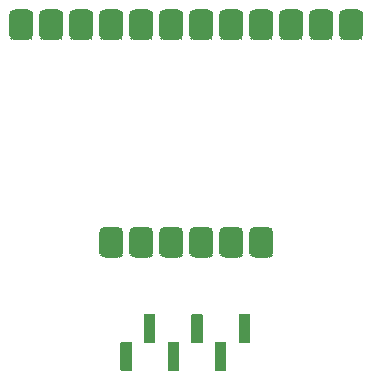
<source format=gbr>
G04 #@! TF.GenerationSoftware,KiCad,Pcbnew,(5.1.7)-1*
G04 #@! TF.CreationDate,2020-11-09T16:31:24+01:00*
G04 #@! TF.ProjectId,Touch-Flaeche,546f7563-682d-4466-9c61-656368652e6b,0.1*
G04 #@! TF.SameCoordinates,Original*
G04 #@! TF.FileFunction,Soldermask,Top*
G04 #@! TF.FilePolarity,Negative*
%FSLAX46Y46*%
G04 Gerber Fmt 4.6, Leading zero omitted, Abs format (unit mm)*
G04 Created by KiCad (PCBNEW (5.1.7)-1) date 2020-11-09 16:31:24*
%MOMM*%
%LPD*%
G01*
G04 APERTURE LIST*
%ADD10C,0.100000*%
G04 APERTURE END LIST*
G36*
G01*
X107126500Y-119211750D02*
X107126500Y-117573250D01*
G75*
G02*
X107628250Y-117071500I501750J0D01*
G01*
X108631750Y-117071500D01*
G75*
G02*
X109133500Y-117573250I0J-501750D01*
G01*
X109133500Y-119211750D01*
G75*
G02*
X108631750Y-119713500I-501750J0D01*
G01*
X107628250Y-119713500D01*
G75*
G02*
X107126500Y-119211750I0J501750D01*
G01*
G37*
G36*
G01*
X109666500Y-119211750D02*
X109666500Y-117573250D01*
G75*
G02*
X110168250Y-117071500I501750J0D01*
G01*
X111171750Y-117071500D01*
G75*
G02*
X111673500Y-117573250I0J-501750D01*
G01*
X111673500Y-119211750D01*
G75*
G02*
X111171750Y-119713500I-501750J0D01*
G01*
X110168250Y-119713500D01*
G75*
G02*
X109666500Y-119211750I0J501750D01*
G01*
G37*
G36*
G01*
X112206500Y-119211750D02*
X112206500Y-117573250D01*
G75*
G02*
X112708250Y-117071500I501750J0D01*
G01*
X113711750Y-117071500D01*
G75*
G02*
X114213500Y-117573250I0J-501750D01*
G01*
X114213500Y-119211750D01*
G75*
G02*
X113711750Y-119713500I-501750J0D01*
G01*
X112708250Y-119713500D01*
G75*
G02*
X112206500Y-119211750I0J501750D01*
G01*
G37*
G36*
G01*
X135066500Y-119211750D02*
X135066500Y-117573250D01*
G75*
G02*
X135568250Y-117071500I501750J0D01*
G01*
X136571750Y-117071500D01*
G75*
G02*
X137073500Y-117573250I0J-501750D01*
G01*
X137073500Y-119211750D01*
G75*
G02*
X136571750Y-119713500I-501750J0D01*
G01*
X135568250Y-119713500D01*
G75*
G02*
X135066500Y-119211750I0J501750D01*
G01*
G37*
G36*
G01*
X132526500Y-119211750D02*
X132526500Y-117573250D01*
G75*
G02*
X133028250Y-117071500I501750J0D01*
G01*
X134031750Y-117071500D01*
G75*
G02*
X134533500Y-117573250I0J-501750D01*
G01*
X134533500Y-119211750D01*
G75*
G02*
X134031750Y-119713500I-501750J0D01*
G01*
X133028250Y-119713500D01*
G75*
G02*
X132526500Y-119211750I0J501750D01*
G01*
G37*
G36*
G01*
X129986500Y-119211750D02*
X129986500Y-117573250D01*
G75*
G02*
X130488250Y-117071500I501750J0D01*
G01*
X131491750Y-117071500D01*
G75*
G02*
X131993500Y-117573250I0J-501750D01*
G01*
X131993500Y-119211750D01*
G75*
G02*
X131491750Y-119713500I-501750J0D01*
G01*
X130488250Y-119713500D01*
G75*
G02*
X129986500Y-119211750I0J501750D01*
G01*
G37*
G36*
G01*
X127446500Y-119211750D02*
X127446500Y-117573250D01*
G75*
G02*
X127948250Y-117071500I501750J0D01*
G01*
X128951750Y-117071500D01*
G75*
G02*
X129453500Y-117573250I0J-501750D01*
G01*
X129453500Y-119211750D01*
G75*
G02*
X128951750Y-119713500I-501750J0D01*
G01*
X127948250Y-119713500D01*
G75*
G02*
X127446500Y-119211750I0J501750D01*
G01*
G37*
G36*
G01*
X124906500Y-119211750D02*
X124906500Y-117573250D01*
G75*
G02*
X125408250Y-117071500I501750J0D01*
G01*
X126411750Y-117071500D01*
G75*
G02*
X126913500Y-117573250I0J-501750D01*
G01*
X126913500Y-119211750D01*
G75*
G02*
X126411750Y-119713500I-501750J0D01*
G01*
X125408250Y-119713500D01*
G75*
G02*
X124906500Y-119211750I0J501750D01*
G01*
G37*
G36*
G01*
X122366500Y-119211750D02*
X122366500Y-117573250D01*
G75*
G02*
X122868250Y-117071500I501750J0D01*
G01*
X123871750Y-117071500D01*
G75*
G02*
X124373500Y-117573250I0J-501750D01*
G01*
X124373500Y-119211750D01*
G75*
G02*
X123871750Y-119713500I-501750J0D01*
G01*
X122868250Y-119713500D01*
G75*
G02*
X122366500Y-119211750I0J501750D01*
G01*
G37*
G36*
G01*
X119826500Y-119211750D02*
X119826500Y-117573250D01*
G75*
G02*
X120328250Y-117071500I501750J0D01*
G01*
X121331750Y-117071500D01*
G75*
G02*
X121833500Y-117573250I0J-501750D01*
G01*
X121833500Y-119211750D01*
G75*
G02*
X121331750Y-119713500I-501750J0D01*
G01*
X120328250Y-119713500D01*
G75*
G02*
X119826500Y-119211750I0J501750D01*
G01*
G37*
G36*
G01*
X117286500Y-119211750D02*
X117286500Y-117573250D01*
G75*
G02*
X117788250Y-117071500I501750J0D01*
G01*
X118791750Y-117071500D01*
G75*
G02*
X119293500Y-117573250I0J-501750D01*
G01*
X119293500Y-119211750D01*
G75*
G02*
X118791750Y-119713500I-501750J0D01*
G01*
X117788250Y-119713500D01*
G75*
G02*
X117286500Y-119211750I0J501750D01*
G01*
G37*
G36*
G01*
X114746500Y-119211750D02*
X114746500Y-117573250D01*
G75*
G02*
X115248250Y-117071500I501750J0D01*
G01*
X116251750Y-117071500D01*
G75*
G02*
X116753500Y-117573250I0J-501750D01*
G01*
X116753500Y-119211750D01*
G75*
G02*
X116251750Y-119713500I-501750J0D01*
G01*
X115248250Y-119713500D01*
G75*
G02*
X114746500Y-119211750I0J501750D01*
G01*
G37*
G36*
G01*
X127446500Y-137626750D02*
X127446500Y-135988250D01*
G75*
G02*
X127948250Y-135486500I501750J0D01*
G01*
X128951750Y-135486500D01*
G75*
G02*
X129453500Y-135988250I0J-501750D01*
G01*
X129453500Y-137626750D01*
G75*
G02*
X128951750Y-138128500I-501750J0D01*
G01*
X127948250Y-138128500D01*
G75*
G02*
X127446500Y-137626750I0J501750D01*
G01*
G37*
G36*
G01*
X124906500Y-137626750D02*
X124906500Y-135988250D01*
G75*
G02*
X125408250Y-135486500I501750J0D01*
G01*
X126411750Y-135486500D01*
G75*
G02*
X126913500Y-135988250I0J-501750D01*
G01*
X126913500Y-137626750D01*
G75*
G02*
X126411750Y-138128500I-501750J0D01*
G01*
X125408250Y-138128500D01*
G75*
G02*
X124906500Y-137626750I0J501750D01*
G01*
G37*
G36*
G01*
X122366500Y-137626750D02*
X122366500Y-135988250D01*
G75*
G02*
X122868250Y-135486500I501750J0D01*
G01*
X123871750Y-135486500D01*
G75*
G02*
X124373500Y-135988250I0J-501750D01*
G01*
X124373500Y-137626750D01*
G75*
G02*
X123871750Y-138128500I-501750J0D01*
G01*
X122868250Y-138128500D01*
G75*
G02*
X122366500Y-137626750I0J501750D01*
G01*
G37*
G36*
G01*
X119826500Y-137626750D02*
X119826500Y-135988250D01*
G75*
G02*
X120328250Y-135486500I501750J0D01*
G01*
X121331750Y-135486500D01*
G75*
G02*
X121833500Y-135988250I0J-501750D01*
G01*
X121833500Y-137626750D01*
G75*
G02*
X121331750Y-138128500I-501750J0D01*
G01*
X120328250Y-138128500D01*
G75*
G02*
X119826500Y-137626750I0J501750D01*
G01*
G37*
G36*
G01*
X117286500Y-137626750D02*
X117286500Y-135988250D01*
G75*
G02*
X117788250Y-135486500I501750J0D01*
G01*
X118791750Y-135486500D01*
G75*
G02*
X119293500Y-135988250I0J-501750D01*
G01*
X119293500Y-137626750D01*
G75*
G02*
X118791750Y-138128500I-501750J0D01*
G01*
X117788250Y-138128500D01*
G75*
G02*
X117286500Y-137626750I0J501750D01*
G01*
G37*
G36*
G01*
X114746500Y-137626750D02*
X114746500Y-135988250D01*
G75*
G02*
X115248250Y-135486500I501750J0D01*
G01*
X116251750Y-135486500D01*
G75*
G02*
X116753500Y-135988250I0J-501750D01*
G01*
X116753500Y-137626750D01*
G75*
G02*
X116251750Y-138128500I-501750J0D01*
G01*
X115248250Y-138128500D01*
G75*
G02*
X114746500Y-137626750I0J501750D01*
G01*
G37*
G36*
G01*
X117425000Y-147701000D02*
X116575000Y-147701000D01*
G75*
G02*
X116524000Y-147650000I0J51000D01*
G01*
X116524000Y-145300000D01*
G75*
G02*
X116575000Y-145249000I51000J0D01*
G01*
X117425000Y-145249000D01*
G75*
G02*
X117476000Y-145300000I0J-51000D01*
G01*
X117476000Y-147650000D01*
G75*
G02*
X117425000Y-147701000I-51000J0D01*
G01*
G37*
G36*
G01*
X121425000Y-147701000D02*
X120575000Y-147701000D01*
G75*
G02*
X120524000Y-147650000I0J51000D01*
G01*
X120524000Y-145300000D01*
G75*
G02*
X120575000Y-145249000I51000J0D01*
G01*
X121425000Y-145249000D01*
G75*
G02*
X121476000Y-145300000I0J-51000D01*
G01*
X121476000Y-147650000D01*
G75*
G02*
X121425000Y-147701000I-51000J0D01*
G01*
G37*
G36*
G01*
X125425000Y-147701000D02*
X124575000Y-147701000D01*
G75*
G02*
X124524000Y-147650000I0J51000D01*
G01*
X124524000Y-145300000D01*
G75*
G02*
X124575000Y-145249000I51000J0D01*
G01*
X125425000Y-145249000D01*
G75*
G02*
X125476000Y-145300000I0J-51000D01*
G01*
X125476000Y-147650000D01*
G75*
G02*
X125425000Y-147701000I-51000J0D01*
G01*
G37*
G36*
G01*
X119425000Y-145351000D02*
X118575000Y-145351000D01*
G75*
G02*
X118524000Y-145300000I0J51000D01*
G01*
X118524000Y-142950000D01*
G75*
G02*
X118575000Y-142899000I51000J0D01*
G01*
X119425000Y-142899000D01*
G75*
G02*
X119476000Y-142950000I0J-51000D01*
G01*
X119476000Y-145300000D01*
G75*
G02*
X119425000Y-145351000I-51000J0D01*
G01*
G37*
G36*
G01*
X123425000Y-145351000D02*
X122575000Y-145351000D01*
G75*
G02*
X122524000Y-145300000I0J51000D01*
G01*
X122524000Y-142950000D01*
G75*
G02*
X122575000Y-142899000I51000J0D01*
G01*
X123425000Y-142899000D01*
G75*
G02*
X123476000Y-142950000I0J-51000D01*
G01*
X123476000Y-145300000D01*
G75*
G02*
X123425000Y-145351000I-51000J0D01*
G01*
G37*
G36*
G01*
X127425000Y-145351000D02*
X126575000Y-145351000D01*
G75*
G02*
X126524000Y-145300000I0J51000D01*
G01*
X126524000Y-142950000D01*
G75*
G02*
X126575000Y-142899000I51000J0D01*
G01*
X127425000Y-142899000D01*
G75*
G02*
X127476000Y-142950000I0J-51000D01*
G01*
X127476000Y-145300000D01*
G75*
G02*
X127425000Y-145351000I-51000J0D01*
G01*
G37*
D10*
G36*
X129454665Y-137625124D02*
G01*
X129455500Y-137626750D01*
X129455500Y-137683110D01*
X129455490Y-137683306D01*
X129446457Y-137775020D01*
X129446381Y-137775405D01*
X129421418Y-137857696D01*
X129421268Y-137858058D01*
X129380735Y-137933890D01*
X129380517Y-137934216D01*
X129325965Y-138000688D01*
X129325688Y-138000965D01*
X129259216Y-138055517D01*
X129258890Y-138055735D01*
X129183058Y-138096268D01*
X129182696Y-138096418D01*
X129100405Y-138121381D01*
X129100020Y-138121457D01*
X129008306Y-138130490D01*
X129008110Y-138130500D01*
X128951750Y-138130500D01*
X128950018Y-138129500D01*
X128950018Y-138127500D01*
X128951554Y-138126510D01*
X129049242Y-138116889D01*
X129142992Y-138088450D01*
X129229391Y-138042269D01*
X129305120Y-137980120D01*
X129367269Y-137904391D01*
X129413450Y-137817992D01*
X129441889Y-137724242D01*
X129451510Y-137626554D01*
X129452675Y-137624928D01*
X129454665Y-137625124D01*
G37*
G36*
X126914665Y-137625124D02*
G01*
X126915500Y-137626750D01*
X126915500Y-137683110D01*
X126915490Y-137683306D01*
X126906457Y-137775020D01*
X126906381Y-137775405D01*
X126881418Y-137857696D01*
X126881268Y-137858058D01*
X126840735Y-137933890D01*
X126840517Y-137934216D01*
X126785965Y-138000688D01*
X126785688Y-138000965D01*
X126719216Y-138055517D01*
X126718890Y-138055735D01*
X126643058Y-138096268D01*
X126642696Y-138096418D01*
X126560405Y-138121381D01*
X126560020Y-138121457D01*
X126468306Y-138130490D01*
X126468110Y-138130500D01*
X126411750Y-138130500D01*
X126410018Y-138129500D01*
X126410018Y-138127500D01*
X126411554Y-138126510D01*
X126509242Y-138116889D01*
X126602992Y-138088450D01*
X126689391Y-138042269D01*
X126765120Y-137980120D01*
X126827269Y-137904391D01*
X126873450Y-137817992D01*
X126901889Y-137724242D01*
X126911510Y-137626554D01*
X126912675Y-137624928D01*
X126914665Y-137625124D01*
G37*
G36*
X127448490Y-137626554D02*
G01*
X127458111Y-137724242D01*
X127486550Y-137817992D01*
X127532731Y-137904391D01*
X127594880Y-137980120D01*
X127670609Y-138042269D01*
X127757008Y-138088450D01*
X127850758Y-138116889D01*
X127948446Y-138126510D01*
X127950072Y-138127675D01*
X127949876Y-138129665D01*
X127948250Y-138130500D01*
X127891890Y-138130500D01*
X127891694Y-138130490D01*
X127799980Y-138121457D01*
X127799595Y-138121381D01*
X127717304Y-138096418D01*
X127716942Y-138096268D01*
X127641110Y-138055735D01*
X127640784Y-138055517D01*
X127574312Y-138000965D01*
X127574035Y-138000688D01*
X127519483Y-137934216D01*
X127519265Y-137933890D01*
X127478732Y-137858058D01*
X127478582Y-137857696D01*
X127453619Y-137775405D01*
X127453543Y-137775020D01*
X127444510Y-137683306D01*
X127444500Y-137683110D01*
X127444500Y-137626750D01*
X127445500Y-137625018D01*
X127447500Y-137625018D01*
X127448490Y-137626554D01*
G37*
G36*
X119294665Y-137625124D02*
G01*
X119295500Y-137626750D01*
X119295500Y-137683110D01*
X119295490Y-137683306D01*
X119286457Y-137775020D01*
X119286381Y-137775405D01*
X119261418Y-137857696D01*
X119261268Y-137858058D01*
X119220735Y-137933890D01*
X119220517Y-137934216D01*
X119165965Y-138000688D01*
X119165688Y-138000965D01*
X119099216Y-138055517D01*
X119098890Y-138055735D01*
X119023058Y-138096268D01*
X119022696Y-138096418D01*
X118940405Y-138121381D01*
X118940020Y-138121457D01*
X118848306Y-138130490D01*
X118848110Y-138130500D01*
X118791750Y-138130500D01*
X118790018Y-138129500D01*
X118790018Y-138127500D01*
X118791554Y-138126510D01*
X118889242Y-138116889D01*
X118982992Y-138088450D01*
X119069391Y-138042269D01*
X119145120Y-137980120D01*
X119207269Y-137904391D01*
X119253450Y-137817992D01*
X119281889Y-137724242D01*
X119291510Y-137626554D01*
X119292675Y-137624928D01*
X119294665Y-137625124D01*
G37*
G36*
X119828490Y-137626554D02*
G01*
X119838111Y-137724242D01*
X119866550Y-137817992D01*
X119912731Y-137904391D01*
X119974880Y-137980120D01*
X120050609Y-138042269D01*
X120137008Y-138088450D01*
X120230758Y-138116889D01*
X120328446Y-138126510D01*
X120330072Y-138127675D01*
X120329876Y-138129665D01*
X120328250Y-138130500D01*
X120271890Y-138130500D01*
X120271694Y-138130490D01*
X120179980Y-138121457D01*
X120179595Y-138121381D01*
X120097304Y-138096418D01*
X120096942Y-138096268D01*
X120021110Y-138055735D01*
X120020784Y-138055517D01*
X119954312Y-138000965D01*
X119954035Y-138000688D01*
X119899483Y-137934216D01*
X119899265Y-137933890D01*
X119858732Y-137858058D01*
X119858582Y-137857696D01*
X119833619Y-137775405D01*
X119833543Y-137775020D01*
X119824510Y-137683306D01*
X119824500Y-137683110D01*
X119824500Y-137626750D01*
X119825500Y-137625018D01*
X119827500Y-137625018D01*
X119828490Y-137626554D01*
G37*
G36*
X122368490Y-137626554D02*
G01*
X122378111Y-137724242D01*
X122406550Y-137817992D01*
X122452731Y-137904391D01*
X122514880Y-137980120D01*
X122590609Y-138042269D01*
X122677008Y-138088450D01*
X122770758Y-138116889D01*
X122868446Y-138126510D01*
X122870072Y-138127675D01*
X122869876Y-138129665D01*
X122868250Y-138130500D01*
X122811890Y-138130500D01*
X122811694Y-138130490D01*
X122719980Y-138121457D01*
X122719595Y-138121381D01*
X122637304Y-138096418D01*
X122636942Y-138096268D01*
X122561110Y-138055735D01*
X122560784Y-138055517D01*
X122494312Y-138000965D01*
X122494035Y-138000688D01*
X122439483Y-137934216D01*
X122439265Y-137933890D01*
X122398732Y-137858058D01*
X122398582Y-137857696D01*
X122373619Y-137775405D01*
X122373543Y-137775020D01*
X122364510Y-137683306D01*
X122364500Y-137683110D01*
X122364500Y-137626750D01*
X122365500Y-137625018D01*
X122367500Y-137625018D01*
X122368490Y-137626554D01*
G37*
G36*
X114748490Y-137626554D02*
G01*
X114758111Y-137724242D01*
X114786550Y-137817992D01*
X114832731Y-137904391D01*
X114894880Y-137980120D01*
X114970609Y-138042269D01*
X115057008Y-138088450D01*
X115150758Y-138116889D01*
X115248446Y-138126510D01*
X115250072Y-138127675D01*
X115249876Y-138129665D01*
X115248250Y-138130500D01*
X115191890Y-138130500D01*
X115191694Y-138130490D01*
X115099980Y-138121457D01*
X115099595Y-138121381D01*
X115017304Y-138096418D01*
X115016942Y-138096268D01*
X114941110Y-138055735D01*
X114940784Y-138055517D01*
X114874312Y-138000965D01*
X114874035Y-138000688D01*
X114819483Y-137934216D01*
X114819265Y-137933890D01*
X114778732Y-137858058D01*
X114778582Y-137857696D01*
X114753619Y-137775405D01*
X114753543Y-137775020D01*
X114744510Y-137683306D01*
X114744500Y-137683110D01*
X114744500Y-137626750D01*
X114745500Y-137625018D01*
X114747500Y-137625018D01*
X114748490Y-137626554D01*
G37*
G36*
X117288490Y-137626554D02*
G01*
X117298111Y-137724242D01*
X117326550Y-137817992D01*
X117372731Y-137904391D01*
X117434880Y-137980120D01*
X117510609Y-138042269D01*
X117597008Y-138088450D01*
X117690758Y-138116889D01*
X117788446Y-138126510D01*
X117790072Y-138127675D01*
X117789876Y-138129665D01*
X117788250Y-138130500D01*
X117731890Y-138130500D01*
X117731694Y-138130490D01*
X117639980Y-138121457D01*
X117639595Y-138121381D01*
X117557304Y-138096418D01*
X117556942Y-138096268D01*
X117481110Y-138055735D01*
X117480784Y-138055517D01*
X117414312Y-138000965D01*
X117414035Y-138000688D01*
X117359483Y-137934216D01*
X117359265Y-137933890D01*
X117318732Y-137858058D01*
X117318582Y-137857696D01*
X117293619Y-137775405D01*
X117293543Y-137775020D01*
X117284510Y-137683306D01*
X117284500Y-137683110D01*
X117284500Y-137626750D01*
X117285500Y-137625018D01*
X117287500Y-137625018D01*
X117288490Y-137626554D01*
G37*
G36*
X124374665Y-137625124D02*
G01*
X124375500Y-137626750D01*
X124375500Y-137683110D01*
X124375490Y-137683306D01*
X124366457Y-137775020D01*
X124366381Y-137775405D01*
X124341418Y-137857696D01*
X124341268Y-137858058D01*
X124300735Y-137933890D01*
X124300517Y-137934216D01*
X124245965Y-138000688D01*
X124245688Y-138000965D01*
X124179216Y-138055517D01*
X124178890Y-138055735D01*
X124103058Y-138096268D01*
X124102696Y-138096418D01*
X124020405Y-138121381D01*
X124020020Y-138121457D01*
X123928306Y-138130490D01*
X123928110Y-138130500D01*
X123871750Y-138130500D01*
X123870018Y-138129500D01*
X123870018Y-138127500D01*
X123871554Y-138126510D01*
X123969242Y-138116889D01*
X124062992Y-138088450D01*
X124149391Y-138042269D01*
X124225120Y-137980120D01*
X124287269Y-137904391D01*
X124333450Y-137817992D01*
X124361889Y-137724242D01*
X124371510Y-137626554D01*
X124372675Y-137624928D01*
X124374665Y-137625124D01*
G37*
G36*
X116754665Y-137625124D02*
G01*
X116755500Y-137626750D01*
X116755500Y-137683110D01*
X116755490Y-137683306D01*
X116746457Y-137775020D01*
X116746381Y-137775405D01*
X116721418Y-137857696D01*
X116721268Y-137858058D01*
X116680735Y-137933890D01*
X116680517Y-137934216D01*
X116625965Y-138000688D01*
X116625688Y-138000965D01*
X116559216Y-138055517D01*
X116558890Y-138055735D01*
X116483058Y-138096268D01*
X116482696Y-138096418D01*
X116400405Y-138121381D01*
X116400020Y-138121457D01*
X116308306Y-138130490D01*
X116308110Y-138130500D01*
X116251750Y-138130500D01*
X116250018Y-138129500D01*
X116250018Y-138127500D01*
X116251554Y-138126510D01*
X116349242Y-138116889D01*
X116442992Y-138088450D01*
X116529391Y-138042269D01*
X116605120Y-137980120D01*
X116667269Y-137904391D01*
X116713450Y-137817992D01*
X116741889Y-137724242D01*
X116751510Y-137626554D01*
X116752675Y-137624928D01*
X116754665Y-137625124D01*
G37*
G36*
X124908490Y-137626554D02*
G01*
X124918111Y-137724242D01*
X124946550Y-137817992D01*
X124992731Y-137904391D01*
X125054880Y-137980120D01*
X125130609Y-138042269D01*
X125217008Y-138088450D01*
X125310758Y-138116889D01*
X125408446Y-138126510D01*
X125410072Y-138127675D01*
X125409876Y-138129665D01*
X125408250Y-138130500D01*
X125351890Y-138130500D01*
X125351694Y-138130490D01*
X125259980Y-138121457D01*
X125259595Y-138121381D01*
X125177304Y-138096418D01*
X125176942Y-138096268D01*
X125101110Y-138055735D01*
X125100784Y-138055517D01*
X125034312Y-138000965D01*
X125034035Y-138000688D01*
X124979483Y-137934216D01*
X124979265Y-137933890D01*
X124938732Y-137858058D01*
X124938582Y-137857696D01*
X124913619Y-137775405D01*
X124913543Y-137775020D01*
X124904510Y-137683306D01*
X124904500Y-137683110D01*
X124904500Y-137626750D01*
X124905500Y-137625018D01*
X124907500Y-137625018D01*
X124908490Y-137626554D01*
G37*
G36*
X121834665Y-137625124D02*
G01*
X121835500Y-137626750D01*
X121835500Y-137683110D01*
X121835490Y-137683306D01*
X121826457Y-137775020D01*
X121826381Y-137775405D01*
X121801418Y-137857696D01*
X121801268Y-137858058D01*
X121760735Y-137933890D01*
X121760517Y-137934216D01*
X121705965Y-138000688D01*
X121705688Y-138000965D01*
X121639216Y-138055517D01*
X121638890Y-138055735D01*
X121563058Y-138096268D01*
X121562696Y-138096418D01*
X121480405Y-138121381D01*
X121480020Y-138121457D01*
X121388306Y-138130490D01*
X121388110Y-138130500D01*
X121331750Y-138130500D01*
X121330018Y-138129500D01*
X121330018Y-138127500D01*
X121331554Y-138126510D01*
X121429242Y-138116889D01*
X121522992Y-138088450D01*
X121609391Y-138042269D01*
X121685120Y-137980120D01*
X121747269Y-137904391D01*
X121793450Y-137817992D01*
X121821889Y-137724242D01*
X121831510Y-137626554D01*
X121832675Y-137624928D01*
X121834665Y-137625124D01*
G37*
G36*
X125409982Y-135485500D02*
G01*
X125409982Y-135487500D01*
X125408446Y-135488490D01*
X125310758Y-135498111D01*
X125217008Y-135526550D01*
X125130609Y-135572731D01*
X125054880Y-135634880D01*
X124992731Y-135710609D01*
X124946550Y-135797008D01*
X124918111Y-135890758D01*
X124908490Y-135988446D01*
X124907325Y-135990072D01*
X124905335Y-135989876D01*
X124904500Y-135988250D01*
X124904500Y-135931890D01*
X124904510Y-135931694D01*
X124913543Y-135839980D01*
X124913619Y-135839595D01*
X124938582Y-135757304D01*
X124938732Y-135756942D01*
X124979265Y-135681110D01*
X124979483Y-135680784D01*
X125034035Y-135614312D01*
X125034312Y-135614035D01*
X125100784Y-135559483D01*
X125101110Y-135559265D01*
X125176942Y-135518732D01*
X125177304Y-135518582D01*
X125259595Y-135493619D01*
X125259980Y-135493543D01*
X125351694Y-135484510D01*
X125351890Y-135484500D01*
X125408250Y-135484500D01*
X125409982Y-135485500D01*
G37*
G36*
X127949982Y-135485500D02*
G01*
X127949982Y-135487500D01*
X127948446Y-135488490D01*
X127850758Y-135498111D01*
X127757008Y-135526550D01*
X127670609Y-135572731D01*
X127594880Y-135634880D01*
X127532731Y-135710609D01*
X127486550Y-135797008D01*
X127458111Y-135890758D01*
X127448490Y-135988446D01*
X127447325Y-135990072D01*
X127445335Y-135989876D01*
X127444500Y-135988250D01*
X127444500Y-135931890D01*
X127444510Y-135931694D01*
X127453543Y-135839980D01*
X127453619Y-135839595D01*
X127478582Y-135757304D01*
X127478732Y-135756942D01*
X127519265Y-135681110D01*
X127519483Y-135680784D01*
X127574035Y-135614312D01*
X127574312Y-135614035D01*
X127640784Y-135559483D01*
X127641110Y-135559265D01*
X127716942Y-135518732D01*
X127717304Y-135518582D01*
X127799595Y-135493619D01*
X127799980Y-135493543D01*
X127891694Y-135484510D01*
X127891890Y-135484500D01*
X127948250Y-135484500D01*
X127949982Y-135485500D01*
G37*
G36*
X122869982Y-135485500D02*
G01*
X122869982Y-135487500D01*
X122868446Y-135488490D01*
X122770758Y-135498111D01*
X122677008Y-135526550D01*
X122590609Y-135572731D01*
X122514880Y-135634880D01*
X122452731Y-135710609D01*
X122406550Y-135797008D01*
X122378111Y-135890758D01*
X122368490Y-135988446D01*
X122367325Y-135990072D01*
X122365335Y-135989876D01*
X122364500Y-135988250D01*
X122364500Y-135931890D01*
X122364510Y-135931694D01*
X122373543Y-135839980D01*
X122373619Y-135839595D01*
X122398582Y-135757304D01*
X122398732Y-135756942D01*
X122439265Y-135681110D01*
X122439483Y-135680784D01*
X122494035Y-135614312D01*
X122494312Y-135614035D01*
X122560784Y-135559483D01*
X122561110Y-135559265D01*
X122636942Y-135518732D01*
X122637304Y-135518582D01*
X122719595Y-135493619D01*
X122719980Y-135493543D01*
X122811694Y-135484510D01*
X122811890Y-135484500D01*
X122868250Y-135484500D01*
X122869982Y-135485500D01*
G37*
G36*
X115249982Y-135485500D02*
G01*
X115249982Y-135487500D01*
X115248446Y-135488490D01*
X115150758Y-135498111D01*
X115057008Y-135526550D01*
X114970609Y-135572731D01*
X114894880Y-135634880D01*
X114832731Y-135710609D01*
X114786550Y-135797008D01*
X114758111Y-135890758D01*
X114748490Y-135988446D01*
X114747325Y-135990072D01*
X114745335Y-135989876D01*
X114744500Y-135988250D01*
X114744500Y-135931890D01*
X114744510Y-135931694D01*
X114753543Y-135839980D01*
X114753619Y-135839595D01*
X114778582Y-135757304D01*
X114778732Y-135756942D01*
X114819265Y-135681110D01*
X114819483Y-135680784D01*
X114874035Y-135614312D01*
X114874312Y-135614035D01*
X114940784Y-135559483D01*
X114941110Y-135559265D01*
X115016942Y-135518732D01*
X115017304Y-135518582D01*
X115099595Y-135493619D01*
X115099980Y-135493543D01*
X115191694Y-135484510D01*
X115191890Y-135484500D01*
X115248250Y-135484500D01*
X115249982Y-135485500D01*
G37*
G36*
X117789982Y-135485500D02*
G01*
X117789982Y-135487500D01*
X117788446Y-135488490D01*
X117690758Y-135498111D01*
X117597008Y-135526550D01*
X117510609Y-135572731D01*
X117434880Y-135634880D01*
X117372731Y-135710609D01*
X117326550Y-135797008D01*
X117298111Y-135890758D01*
X117288490Y-135988446D01*
X117287325Y-135990072D01*
X117285335Y-135989876D01*
X117284500Y-135988250D01*
X117284500Y-135931890D01*
X117284510Y-135931694D01*
X117293543Y-135839980D01*
X117293619Y-135839595D01*
X117318582Y-135757304D01*
X117318732Y-135756942D01*
X117359265Y-135681110D01*
X117359483Y-135680784D01*
X117414035Y-135614312D01*
X117414312Y-135614035D01*
X117480784Y-135559483D01*
X117481110Y-135559265D01*
X117556942Y-135518732D01*
X117557304Y-135518582D01*
X117639595Y-135493619D01*
X117639980Y-135493543D01*
X117731694Y-135484510D01*
X117731890Y-135484500D01*
X117788250Y-135484500D01*
X117789982Y-135485500D01*
G37*
G36*
X120329982Y-135485500D02*
G01*
X120329982Y-135487500D01*
X120328446Y-135488490D01*
X120230758Y-135498111D01*
X120137008Y-135526550D01*
X120050609Y-135572731D01*
X119974880Y-135634880D01*
X119912731Y-135710609D01*
X119866550Y-135797008D01*
X119838111Y-135890758D01*
X119828490Y-135988446D01*
X119827325Y-135990072D01*
X119825335Y-135989876D01*
X119824500Y-135988250D01*
X119824500Y-135931890D01*
X119824510Y-135931694D01*
X119833543Y-135839980D01*
X119833619Y-135839595D01*
X119858582Y-135757304D01*
X119858732Y-135756942D01*
X119899265Y-135681110D01*
X119899483Y-135680784D01*
X119954035Y-135614312D01*
X119954312Y-135614035D01*
X120020784Y-135559483D01*
X120021110Y-135559265D01*
X120096942Y-135518732D01*
X120097304Y-135518582D01*
X120179595Y-135493619D01*
X120179980Y-135493543D01*
X120271694Y-135484510D01*
X120271890Y-135484500D01*
X120328250Y-135484500D01*
X120329982Y-135485500D01*
G37*
G36*
X126468306Y-135484510D02*
G01*
X126560020Y-135493543D01*
X126560405Y-135493619D01*
X126642696Y-135518582D01*
X126643058Y-135518732D01*
X126718890Y-135559265D01*
X126719216Y-135559483D01*
X126785688Y-135614035D01*
X126785965Y-135614312D01*
X126840517Y-135680784D01*
X126840735Y-135681110D01*
X126881268Y-135756942D01*
X126881418Y-135757304D01*
X126906381Y-135839595D01*
X126906457Y-135839980D01*
X126915490Y-135931694D01*
X126915500Y-135931890D01*
X126915500Y-135988250D01*
X126914500Y-135989982D01*
X126912500Y-135989982D01*
X126911510Y-135988446D01*
X126901889Y-135890758D01*
X126873450Y-135797008D01*
X126827269Y-135710609D01*
X126765120Y-135634880D01*
X126689391Y-135572731D01*
X126602992Y-135526550D01*
X126509242Y-135498111D01*
X126411554Y-135488490D01*
X126409928Y-135487325D01*
X126410124Y-135485335D01*
X126411750Y-135484500D01*
X126468110Y-135484500D01*
X126468306Y-135484510D01*
G37*
G36*
X116308306Y-135484510D02*
G01*
X116400020Y-135493543D01*
X116400405Y-135493619D01*
X116482696Y-135518582D01*
X116483058Y-135518732D01*
X116558890Y-135559265D01*
X116559216Y-135559483D01*
X116625688Y-135614035D01*
X116625965Y-135614312D01*
X116680517Y-135680784D01*
X116680735Y-135681110D01*
X116721268Y-135756942D01*
X116721418Y-135757304D01*
X116746381Y-135839595D01*
X116746457Y-135839980D01*
X116755490Y-135931694D01*
X116755500Y-135931890D01*
X116755500Y-135988250D01*
X116754500Y-135989982D01*
X116752500Y-135989982D01*
X116751510Y-135988446D01*
X116741889Y-135890758D01*
X116713450Y-135797008D01*
X116667269Y-135710609D01*
X116605120Y-135634880D01*
X116529391Y-135572731D01*
X116442992Y-135526550D01*
X116349242Y-135498111D01*
X116251554Y-135488490D01*
X116249928Y-135487325D01*
X116250124Y-135485335D01*
X116251750Y-135484500D01*
X116308110Y-135484500D01*
X116308306Y-135484510D01*
G37*
G36*
X118848306Y-135484510D02*
G01*
X118940020Y-135493543D01*
X118940405Y-135493619D01*
X119022696Y-135518582D01*
X119023058Y-135518732D01*
X119098890Y-135559265D01*
X119099216Y-135559483D01*
X119165688Y-135614035D01*
X119165965Y-135614312D01*
X119220517Y-135680784D01*
X119220735Y-135681110D01*
X119261268Y-135756942D01*
X119261418Y-135757304D01*
X119286381Y-135839595D01*
X119286457Y-135839980D01*
X119295490Y-135931694D01*
X119295500Y-135931890D01*
X119295500Y-135988250D01*
X119294500Y-135989982D01*
X119292500Y-135989982D01*
X119291510Y-135988446D01*
X119281889Y-135890758D01*
X119253450Y-135797008D01*
X119207269Y-135710609D01*
X119145120Y-135634880D01*
X119069391Y-135572731D01*
X118982992Y-135526550D01*
X118889242Y-135498111D01*
X118791554Y-135488490D01*
X118789928Y-135487325D01*
X118790124Y-135485335D01*
X118791750Y-135484500D01*
X118848110Y-135484500D01*
X118848306Y-135484510D01*
G37*
G36*
X121388306Y-135484510D02*
G01*
X121480020Y-135493543D01*
X121480405Y-135493619D01*
X121562696Y-135518582D01*
X121563058Y-135518732D01*
X121638890Y-135559265D01*
X121639216Y-135559483D01*
X121705688Y-135614035D01*
X121705965Y-135614312D01*
X121760517Y-135680784D01*
X121760735Y-135681110D01*
X121801268Y-135756942D01*
X121801418Y-135757304D01*
X121826381Y-135839595D01*
X121826457Y-135839980D01*
X121835490Y-135931694D01*
X121835500Y-135931890D01*
X121835500Y-135988250D01*
X121834500Y-135989982D01*
X121832500Y-135989982D01*
X121831510Y-135988446D01*
X121821889Y-135890758D01*
X121793450Y-135797008D01*
X121747269Y-135710609D01*
X121685120Y-135634880D01*
X121609391Y-135572731D01*
X121522992Y-135526550D01*
X121429242Y-135498111D01*
X121331554Y-135488490D01*
X121329928Y-135487325D01*
X121330124Y-135485335D01*
X121331750Y-135484500D01*
X121388110Y-135484500D01*
X121388306Y-135484510D01*
G37*
G36*
X129008306Y-135484510D02*
G01*
X129100020Y-135493543D01*
X129100405Y-135493619D01*
X129182696Y-135518582D01*
X129183058Y-135518732D01*
X129258890Y-135559265D01*
X129259216Y-135559483D01*
X129325688Y-135614035D01*
X129325965Y-135614312D01*
X129380517Y-135680784D01*
X129380735Y-135681110D01*
X129421268Y-135756942D01*
X129421418Y-135757304D01*
X129446381Y-135839595D01*
X129446457Y-135839980D01*
X129455490Y-135931694D01*
X129455500Y-135931890D01*
X129455500Y-135988250D01*
X129454500Y-135989982D01*
X129452500Y-135989982D01*
X129451510Y-135988446D01*
X129441889Y-135890758D01*
X129413450Y-135797008D01*
X129367269Y-135710609D01*
X129305120Y-135634880D01*
X129229391Y-135572731D01*
X129142992Y-135526550D01*
X129049242Y-135498111D01*
X128951554Y-135488490D01*
X128949928Y-135487325D01*
X128950124Y-135485335D01*
X128951750Y-135484500D01*
X129008110Y-135484500D01*
X129008306Y-135484510D01*
G37*
G36*
X123928306Y-135484510D02*
G01*
X124020020Y-135493543D01*
X124020405Y-135493619D01*
X124102696Y-135518582D01*
X124103058Y-135518732D01*
X124178890Y-135559265D01*
X124179216Y-135559483D01*
X124245688Y-135614035D01*
X124245965Y-135614312D01*
X124300517Y-135680784D01*
X124300735Y-135681110D01*
X124341268Y-135756942D01*
X124341418Y-135757304D01*
X124366381Y-135839595D01*
X124366457Y-135839980D01*
X124375490Y-135931694D01*
X124375500Y-135931890D01*
X124375500Y-135988250D01*
X124374500Y-135989982D01*
X124372500Y-135989982D01*
X124371510Y-135988446D01*
X124361889Y-135890758D01*
X124333450Y-135797008D01*
X124287269Y-135710609D01*
X124225120Y-135634880D01*
X124149391Y-135572731D01*
X124062992Y-135526550D01*
X123969242Y-135498111D01*
X123871554Y-135488490D01*
X123869928Y-135487325D01*
X123870124Y-135485335D01*
X123871750Y-135484500D01*
X123928110Y-135484500D01*
X123928306Y-135484510D01*
G37*
G36*
X119294665Y-119210124D02*
G01*
X119295500Y-119211750D01*
X119295500Y-119268110D01*
X119295490Y-119268306D01*
X119286457Y-119360020D01*
X119286381Y-119360405D01*
X119261418Y-119442696D01*
X119261268Y-119443058D01*
X119220735Y-119518890D01*
X119220517Y-119519216D01*
X119165965Y-119585688D01*
X119165688Y-119585965D01*
X119099216Y-119640517D01*
X119098890Y-119640735D01*
X119023058Y-119681268D01*
X119022696Y-119681418D01*
X118940405Y-119706381D01*
X118940020Y-119706457D01*
X118848306Y-119715490D01*
X118848110Y-119715500D01*
X118791750Y-119715500D01*
X118790018Y-119714500D01*
X118790018Y-119712500D01*
X118791554Y-119711510D01*
X118889242Y-119701889D01*
X118982992Y-119673450D01*
X119069391Y-119627269D01*
X119145120Y-119565120D01*
X119207269Y-119489391D01*
X119253450Y-119402992D01*
X119281889Y-119309242D01*
X119291510Y-119211554D01*
X119292675Y-119209928D01*
X119294665Y-119210124D01*
G37*
G36*
X121834665Y-119210124D02*
G01*
X121835500Y-119211750D01*
X121835500Y-119268110D01*
X121835490Y-119268306D01*
X121826457Y-119360020D01*
X121826381Y-119360405D01*
X121801418Y-119442696D01*
X121801268Y-119443058D01*
X121760735Y-119518890D01*
X121760517Y-119519216D01*
X121705965Y-119585688D01*
X121705688Y-119585965D01*
X121639216Y-119640517D01*
X121638890Y-119640735D01*
X121563058Y-119681268D01*
X121562696Y-119681418D01*
X121480405Y-119706381D01*
X121480020Y-119706457D01*
X121388306Y-119715490D01*
X121388110Y-119715500D01*
X121331750Y-119715500D01*
X121330018Y-119714500D01*
X121330018Y-119712500D01*
X121331554Y-119711510D01*
X121429242Y-119701889D01*
X121522992Y-119673450D01*
X121609391Y-119627269D01*
X121685120Y-119565120D01*
X121747269Y-119489391D01*
X121793450Y-119402992D01*
X121821889Y-119309242D01*
X121831510Y-119211554D01*
X121832675Y-119209928D01*
X121834665Y-119210124D01*
G37*
G36*
X124374665Y-119210124D02*
G01*
X124375500Y-119211750D01*
X124375500Y-119268110D01*
X124375490Y-119268306D01*
X124366457Y-119360020D01*
X124366381Y-119360405D01*
X124341418Y-119442696D01*
X124341268Y-119443058D01*
X124300735Y-119518890D01*
X124300517Y-119519216D01*
X124245965Y-119585688D01*
X124245688Y-119585965D01*
X124179216Y-119640517D01*
X124178890Y-119640735D01*
X124103058Y-119681268D01*
X124102696Y-119681418D01*
X124020405Y-119706381D01*
X124020020Y-119706457D01*
X123928306Y-119715490D01*
X123928110Y-119715500D01*
X123871750Y-119715500D01*
X123870018Y-119714500D01*
X123870018Y-119712500D01*
X123871554Y-119711510D01*
X123969242Y-119701889D01*
X124062992Y-119673450D01*
X124149391Y-119627269D01*
X124225120Y-119565120D01*
X124287269Y-119489391D01*
X124333450Y-119402992D01*
X124361889Y-119309242D01*
X124371510Y-119211554D01*
X124372675Y-119209928D01*
X124374665Y-119210124D01*
G37*
G36*
X126914665Y-119210124D02*
G01*
X126915500Y-119211750D01*
X126915500Y-119268110D01*
X126915490Y-119268306D01*
X126906457Y-119360020D01*
X126906381Y-119360405D01*
X126881418Y-119442696D01*
X126881268Y-119443058D01*
X126840735Y-119518890D01*
X126840517Y-119519216D01*
X126785965Y-119585688D01*
X126785688Y-119585965D01*
X126719216Y-119640517D01*
X126718890Y-119640735D01*
X126643058Y-119681268D01*
X126642696Y-119681418D01*
X126560405Y-119706381D01*
X126560020Y-119706457D01*
X126468306Y-119715490D01*
X126468110Y-119715500D01*
X126411750Y-119715500D01*
X126410018Y-119714500D01*
X126410018Y-119712500D01*
X126411554Y-119711510D01*
X126509242Y-119701889D01*
X126602992Y-119673450D01*
X126689391Y-119627269D01*
X126765120Y-119565120D01*
X126827269Y-119489391D01*
X126873450Y-119402992D01*
X126901889Y-119309242D01*
X126911510Y-119211554D01*
X126912675Y-119209928D01*
X126914665Y-119210124D01*
G37*
G36*
X132528490Y-119211554D02*
G01*
X132538111Y-119309242D01*
X132566550Y-119402992D01*
X132612731Y-119489391D01*
X132674880Y-119565120D01*
X132750609Y-119627269D01*
X132837008Y-119673450D01*
X132930758Y-119701889D01*
X133028446Y-119711510D01*
X133030072Y-119712675D01*
X133029876Y-119714665D01*
X133028250Y-119715500D01*
X132971890Y-119715500D01*
X132971694Y-119715490D01*
X132879980Y-119706457D01*
X132879595Y-119706381D01*
X132797304Y-119681418D01*
X132796942Y-119681268D01*
X132721110Y-119640735D01*
X132720784Y-119640517D01*
X132654312Y-119585965D01*
X132654035Y-119585688D01*
X132599483Y-119519216D01*
X132599265Y-119518890D01*
X132558732Y-119443058D01*
X132558582Y-119442696D01*
X132533619Y-119360405D01*
X132533543Y-119360020D01*
X132524510Y-119268306D01*
X132524500Y-119268110D01*
X132524500Y-119211750D01*
X132525500Y-119210018D01*
X132527500Y-119210018D01*
X132528490Y-119211554D01*
G37*
G36*
X116754665Y-119210124D02*
G01*
X116755500Y-119211750D01*
X116755500Y-119268110D01*
X116755490Y-119268306D01*
X116746457Y-119360020D01*
X116746381Y-119360405D01*
X116721418Y-119442696D01*
X116721268Y-119443058D01*
X116680735Y-119518890D01*
X116680517Y-119519216D01*
X116625965Y-119585688D01*
X116625688Y-119585965D01*
X116559216Y-119640517D01*
X116558890Y-119640735D01*
X116483058Y-119681268D01*
X116482696Y-119681418D01*
X116400405Y-119706381D01*
X116400020Y-119706457D01*
X116308306Y-119715490D01*
X116308110Y-119715500D01*
X116251750Y-119715500D01*
X116250018Y-119714500D01*
X116250018Y-119712500D01*
X116251554Y-119711510D01*
X116349242Y-119701889D01*
X116442992Y-119673450D01*
X116529391Y-119627269D01*
X116605120Y-119565120D01*
X116667269Y-119489391D01*
X116713450Y-119402992D01*
X116741889Y-119309242D01*
X116751510Y-119211554D01*
X116752675Y-119209928D01*
X116754665Y-119210124D01*
G37*
G36*
X129988490Y-119211554D02*
G01*
X129998111Y-119309242D01*
X130026550Y-119402992D01*
X130072731Y-119489391D01*
X130134880Y-119565120D01*
X130210609Y-119627269D01*
X130297008Y-119673450D01*
X130390758Y-119701889D01*
X130488446Y-119711510D01*
X130490072Y-119712675D01*
X130489876Y-119714665D01*
X130488250Y-119715500D01*
X130431890Y-119715500D01*
X130431694Y-119715490D01*
X130339980Y-119706457D01*
X130339595Y-119706381D01*
X130257304Y-119681418D01*
X130256942Y-119681268D01*
X130181110Y-119640735D01*
X130180784Y-119640517D01*
X130114312Y-119585965D01*
X130114035Y-119585688D01*
X130059483Y-119519216D01*
X130059265Y-119518890D01*
X130018732Y-119443058D01*
X130018582Y-119442696D01*
X129993619Y-119360405D01*
X129993543Y-119360020D01*
X129984510Y-119268306D01*
X129984500Y-119268110D01*
X129984500Y-119211750D01*
X129985500Y-119210018D01*
X129987500Y-119210018D01*
X129988490Y-119211554D01*
G37*
G36*
X111674665Y-119210124D02*
G01*
X111675500Y-119211750D01*
X111675500Y-119268110D01*
X111675490Y-119268306D01*
X111666457Y-119360020D01*
X111666381Y-119360405D01*
X111641418Y-119442696D01*
X111641268Y-119443058D01*
X111600735Y-119518890D01*
X111600517Y-119519216D01*
X111545965Y-119585688D01*
X111545688Y-119585965D01*
X111479216Y-119640517D01*
X111478890Y-119640735D01*
X111403058Y-119681268D01*
X111402696Y-119681418D01*
X111320405Y-119706381D01*
X111320020Y-119706457D01*
X111228306Y-119715490D01*
X111228110Y-119715500D01*
X111171750Y-119715500D01*
X111170018Y-119714500D01*
X111170018Y-119712500D01*
X111171554Y-119711510D01*
X111269242Y-119701889D01*
X111362992Y-119673450D01*
X111449391Y-119627269D01*
X111525120Y-119565120D01*
X111587269Y-119489391D01*
X111633450Y-119402992D01*
X111661889Y-119309242D01*
X111671510Y-119211554D01*
X111672675Y-119209928D01*
X111674665Y-119210124D01*
G37*
G36*
X109134665Y-119210124D02*
G01*
X109135500Y-119211750D01*
X109135500Y-119268110D01*
X109135490Y-119268306D01*
X109126457Y-119360020D01*
X109126381Y-119360405D01*
X109101418Y-119442696D01*
X109101268Y-119443058D01*
X109060735Y-119518890D01*
X109060517Y-119519216D01*
X109005965Y-119585688D01*
X109005688Y-119585965D01*
X108939216Y-119640517D01*
X108938890Y-119640735D01*
X108863058Y-119681268D01*
X108862696Y-119681418D01*
X108780405Y-119706381D01*
X108780020Y-119706457D01*
X108688306Y-119715490D01*
X108688110Y-119715500D01*
X108631750Y-119715500D01*
X108630018Y-119714500D01*
X108630018Y-119712500D01*
X108631554Y-119711510D01*
X108729242Y-119701889D01*
X108822992Y-119673450D01*
X108909391Y-119627269D01*
X108985120Y-119565120D01*
X109047269Y-119489391D01*
X109093450Y-119402992D01*
X109121889Y-119309242D01*
X109131510Y-119211554D01*
X109132675Y-119209928D01*
X109134665Y-119210124D01*
G37*
G36*
X117288490Y-119211554D02*
G01*
X117298111Y-119309242D01*
X117326550Y-119402992D01*
X117372731Y-119489391D01*
X117434880Y-119565120D01*
X117510609Y-119627269D01*
X117597008Y-119673450D01*
X117690758Y-119701889D01*
X117788446Y-119711510D01*
X117790072Y-119712675D01*
X117789876Y-119714665D01*
X117788250Y-119715500D01*
X117731890Y-119715500D01*
X117731694Y-119715490D01*
X117639980Y-119706457D01*
X117639595Y-119706381D01*
X117557304Y-119681418D01*
X117556942Y-119681268D01*
X117481110Y-119640735D01*
X117480784Y-119640517D01*
X117414312Y-119585965D01*
X117414035Y-119585688D01*
X117359483Y-119519216D01*
X117359265Y-119518890D01*
X117318732Y-119443058D01*
X117318582Y-119442696D01*
X117293619Y-119360405D01*
X117293543Y-119360020D01*
X117284510Y-119268306D01*
X117284500Y-119268110D01*
X117284500Y-119211750D01*
X117285500Y-119210018D01*
X117287500Y-119210018D01*
X117288490Y-119211554D01*
G37*
G36*
X127448490Y-119211554D02*
G01*
X127458111Y-119309242D01*
X127486550Y-119402992D01*
X127532731Y-119489391D01*
X127594880Y-119565120D01*
X127670609Y-119627269D01*
X127757008Y-119673450D01*
X127850758Y-119701889D01*
X127948446Y-119711510D01*
X127950072Y-119712675D01*
X127949876Y-119714665D01*
X127948250Y-119715500D01*
X127891890Y-119715500D01*
X127891694Y-119715490D01*
X127799980Y-119706457D01*
X127799595Y-119706381D01*
X127717304Y-119681418D01*
X127716942Y-119681268D01*
X127641110Y-119640735D01*
X127640784Y-119640517D01*
X127574312Y-119585965D01*
X127574035Y-119585688D01*
X127519483Y-119519216D01*
X127519265Y-119518890D01*
X127478732Y-119443058D01*
X127478582Y-119442696D01*
X127453619Y-119360405D01*
X127453543Y-119360020D01*
X127444510Y-119268306D01*
X127444500Y-119268110D01*
X127444500Y-119211750D01*
X127445500Y-119210018D01*
X127447500Y-119210018D01*
X127448490Y-119211554D01*
G37*
G36*
X124908490Y-119211554D02*
G01*
X124918111Y-119309242D01*
X124946550Y-119402992D01*
X124992731Y-119489391D01*
X125054880Y-119565120D01*
X125130609Y-119627269D01*
X125217008Y-119673450D01*
X125310758Y-119701889D01*
X125408446Y-119711510D01*
X125410072Y-119712675D01*
X125409876Y-119714665D01*
X125408250Y-119715500D01*
X125351890Y-119715500D01*
X125351694Y-119715490D01*
X125259980Y-119706457D01*
X125259595Y-119706381D01*
X125177304Y-119681418D01*
X125176942Y-119681268D01*
X125101110Y-119640735D01*
X125100784Y-119640517D01*
X125034312Y-119585965D01*
X125034035Y-119585688D01*
X124979483Y-119519216D01*
X124979265Y-119518890D01*
X124938732Y-119443058D01*
X124938582Y-119442696D01*
X124913619Y-119360405D01*
X124913543Y-119360020D01*
X124904510Y-119268306D01*
X124904500Y-119268110D01*
X124904500Y-119211750D01*
X124905500Y-119210018D01*
X124907500Y-119210018D01*
X124908490Y-119211554D01*
G37*
G36*
X129454665Y-119210124D02*
G01*
X129455500Y-119211750D01*
X129455500Y-119268110D01*
X129455490Y-119268306D01*
X129446457Y-119360020D01*
X129446381Y-119360405D01*
X129421418Y-119442696D01*
X129421268Y-119443058D01*
X129380735Y-119518890D01*
X129380517Y-119519216D01*
X129325965Y-119585688D01*
X129325688Y-119585965D01*
X129259216Y-119640517D01*
X129258890Y-119640735D01*
X129183058Y-119681268D01*
X129182696Y-119681418D01*
X129100405Y-119706381D01*
X129100020Y-119706457D01*
X129008306Y-119715490D01*
X129008110Y-119715500D01*
X128951750Y-119715500D01*
X128950018Y-119714500D01*
X128950018Y-119712500D01*
X128951554Y-119711510D01*
X129049242Y-119701889D01*
X129142992Y-119673450D01*
X129229391Y-119627269D01*
X129305120Y-119565120D01*
X129367269Y-119489391D01*
X129413450Y-119402992D01*
X129441889Y-119309242D01*
X129451510Y-119211554D01*
X129452675Y-119209928D01*
X129454665Y-119210124D01*
G37*
G36*
X119828490Y-119211554D02*
G01*
X119838111Y-119309242D01*
X119866550Y-119402992D01*
X119912731Y-119489391D01*
X119974880Y-119565120D01*
X120050609Y-119627269D01*
X120137008Y-119673450D01*
X120230758Y-119701889D01*
X120328446Y-119711510D01*
X120330072Y-119712675D01*
X120329876Y-119714665D01*
X120328250Y-119715500D01*
X120271890Y-119715500D01*
X120271694Y-119715490D01*
X120179980Y-119706457D01*
X120179595Y-119706381D01*
X120097304Y-119681418D01*
X120096942Y-119681268D01*
X120021110Y-119640735D01*
X120020784Y-119640517D01*
X119954312Y-119585965D01*
X119954035Y-119585688D01*
X119899483Y-119519216D01*
X119899265Y-119518890D01*
X119858732Y-119443058D01*
X119858582Y-119442696D01*
X119833619Y-119360405D01*
X119833543Y-119360020D01*
X119824510Y-119268306D01*
X119824500Y-119268110D01*
X119824500Y-119211750D01*
X119825500Y-119210018D01*
X119827500Y-119210018D01*
X119828490Y-119211554D01*
G37*
G36*
X134534665Y-119210124D02*
G01*
X134535500Y-119211750D01*
X134535500Y-119268110D01*
X134535490Y-119268306D01*
X134526457Y-119360020D01*
X134526381Y-119360405D01*
X134501418Y-119442696D01*
X134501268Y-119443058D01*
X134460735Y-119518890D01*
X134460517Y-119519216D01*
X134405965Y-119585688D01*
X134405688Y-119585965D01*
X134339216Y-119640517D01*
X134338890Y-119640735D01*
X134263058Y-119681268D01*
X134262696Y-119681418D01*
X134180405Y-119706381D01*
X134180020Y-119706457D01*
X134088306Y-119715490D01*
X134088110Y-119715500D01*
X134031750Y-119715500D01*
X134030018Y-119714500D01*
X134030018Y-119712500D01*
X134031554Y-119711510D01*
X134129242Y-119701889D01*
X134222992Y-119673450D01*
X134309391Y-119627269D01*
X134385120Y-119565120D01*
X134447269Y-119489391D01*
X134493450Y-119402992D01*
X134521889Y-119309242D01*
X134531510Y-119211554D01*
X134532675Y-119209928D01*
X134534665Y-119210124D01*
G37*
G36*
X107128490Y-119211554D02*
G01*
X107138111Y-119309242D01*
X107166550Y-119402992D01*
X107212731Y-119489391D01*
X107274880Y-119565120D01*
X107350609Y-119627269D01*
X107437008Y-119673450D01*
X107530758Y-119701889D01*
X107628446Y-119711510D01*
X107630072Y-119712675D01*
X107629876Y-119714665D01*
X107628250Y-119715500D01*
X107571890Y-119715500D01*
X107571694Y-119715490D01*
X107479980Y-119706457D01*
X107479595Y-119706381D01*
X107397304Y-119681418D01*
X107396942Y-119681268D01*
X107321110Y-119640735D01*
X107320784Y-119640517D01*
X107254312Y-119585965D01*
X107254035Y-119585688D01*
X107199483Y-119519216D01*
X107199265Y-119518890D01*
X107158732Y-119443058D01*
X107158582Y-119442696D01*
X107133619Y-119360405D01*
X107133543Y-119360020D01*
X107124510Y-119268306D01*
X107124500Y-119268110D01*
X107124500Y-119211750D01*
X107125500Y-119210018D01*
X107127500Y-119210018D01*
X107128490Y-119211554D01*
G37*
G36*
X135068490Y-119211554D02*
G01*
X135078111Y-119309242D01*
X135106550Y-119402992D01*
X135152731Y-119489391D01*
X135214880Y-119565120D01*
X135290609Y-119627269D01*
X135377008Y-119673450D01*
X135470758Y-119701889D01*
X135568446Y-119711510D01*
X135570072Y-119712675D01*
X135569876Y-119714665D01*
X135568250Y-119715500D01*
X135511890Y-119715500D01*
X135511694Y-119715490D01*
X135419980Y-119706457D01*
X135419595Y-119706381D01*
X135337304Y-119681418D01*
X135336942Y-119681268D01*
X135261110Y-119640735D01*
X135260784Y-119640517D01*
X135194312Y-119585965D01*
X135194035Y-119585688D01*
X135139483Y-119519216D01*
X135139265Y-119518890D01*
X135098732Y-119443058D01*
X135098582Y-119442696D01*
X135073619Y-119360405D01*
X135073543Y-119360020D01*
X135064510Y-119268306D01*
X135064500Y-119268110D01*
X135064500Y-119211750D01*
X135065500Y-119210018D01*
X135067500Y-119210018D01*
X135068490Y-119211554D01*
G37*
G36*
X109668490Y-119211554D02*
G01*
X109678111Y-119309242D01*
X109706550Y-119402992D01*
X109752731Y-119489391D01*
X109814880Y-119565120D01*
X109890609Y-119627269D01*
X109977008Y-119673450D01*
X110070758Y-119701889D01*
X110168446Y-119711510D01*
X110170072Y-119712675D01*
X110169876Y-119714665D01*
X110168250Y-119715500D01*
X110111890Y-119715500D01*
X110111694Y-119715490D01*
X110019980Y-119706457D01*
X110019595Y-119706381D01*
X109937304Y-119681418D01*
X109936942Y-119681268D01*
X109861110Y-119640735D01*
X109860784Y-119640517D01*
X109794312Y-119585965D01*
X109794035Y-119585688D01*
X109739483Y-119519216D01*
X109739265Y-119518890D01*
X109698732Y-119443058D01*
X109698582Y-119442696D01*
X109673619Y-119360405D01*
X109673543Y-119360020D01*
X109664510Y-119268306D01*
X109664500Y-119268110D01*
X109664500Y-119211750D01*
X109665500Y-119210018D01*
X109667500Y-119210018D01*
X109668490Y-119211554D01*
G37*
G36*
X131994665Y-119210124D02*
G01*
X131995500Y-119211750D01*
X131995500Y-119268110D01*
X131995490Y-119268306D01*
X131986457Y-119360020D01*
X131986381Y-119360405D01*
X131961418Y-119442696D01*
X131961268Y-119443058D01*
X131920735Y-119518890D01*
X131920517Y-119519216D01*
X131865965Y-119585688D01*
X131865688Y-119585965D01*
X131799216Y-119640517D01*
X131798890Y-119640735D01*
X131723058Y-119681268D01*
X131722696Y-119681418D01*
X131640405Y-119706381D01*
X131640020Y-119706457D01*
X131548306Y-119715490D01*
X131548110Y-119715500D01*
X131491750Y-119715500D01*
X131490018Y-119714500D01*
X131490018Y-119712500D01*
X131491554Y-119711510D01*
X131589242Y-119701889D01*
X131682992Y-119673450D01*
X131769391Y-119627269D01*
X131845120Y-119565120D01*
X131907269Y-119489391D01*
X131953450Y-119402992D01*
X131981889Y-119309242D01*
X131991510Y-119211554D01*
X131992675Y-119209928D01*
X131994665Y-119210124D01*
G37*
G36*
X114748490Y-119211554D02*
G01*
X114758111Y-119309242D01*
X114786550Y-119402992D01*
X114832731Y-119489391D01*
X114894880Y-119565120D01*
X114970609Y-119627269D01*
X115057008Y-119673450D01*
X115150758Y-119701889D01*
X115248446Y-119711510D01*
X115250072Y-119712675D01*
X115249876Y-119714665D01*
X115248250Y-119715500D01*
X115191890Y-119715500D01*
X115191694Y-119715490D01*
X115099980Y-119706457D01*
X115099595Y-119706381D01*
X115017304Y-119681418D01*
X115016942Y-119681268D01*
X114941110Y-119640735D01*
X114940784Y-119640517D01*
X114874312Y-119585965D01*
X114874035Y-119585688D01*
X114819483Y-119519216D01*
X114819265Y-119518890D01*
X114778732Y-119443058D01*
X114778582Y-119442696D01*
X114753619Y-119360405D01*
X114753543Y-119360020D01*
X114744510Y-119268306D01*
X114744500Y-119268110D01*
X114744500Y-119211750D01*
X114745500Y-119210018D01*
X114747500Y-119210018D01*
X114748490Y-119211554D01*
G37*
G36*
X137074665Y-119210124D02*
G01*
X137075500Y-119211750D01*
X137075500Y-119268110D01*
X137075490Y-119268306D01*
X137066457Y-119360020D01*
X137066381Y-119360405D01*
X137041418Y-119442696D01*
X137041268Y-119443058D01*
X137000735Y-119518890D01*
X137000517Y-119519216D01*
X136945965Y-119585688D01*
X136945688Y-119585965D01*
X136879216Y-119640517D01*
X136878890Y-119640735D01*
X136803058Y-119681268D01*
X136802696Y-119681418D01*
X136720405Y-119706381D01*
X136720020Y-119706457D01*
X136628306Y-119715490D01*
X136628110Y-119715500D01*
X136571750Y-119715500D01*
X136570018Y-119714500D01*
X136570018Y-119712500D01*
X136571554Y-119711510D01*
X136669242Y-119701889D01*
X136762992Y-119673450D01*
X136849391Y-119627269D01*
X136925120Y-119565120D01*
X136987269Y-119489391D01*
X137033450Y-119402992D01*
X137061889Y-119309242D01*
X137071510Y-119211554D01*
X137072675Y-119209928D01*
X137074665Y-119210124D01*
G37*
G36*
X112208490Y-119211554D02*
G01*
X112218111Y-119309242D01*
X112246550Y-119402992D01*
X112292731Y-119489391D01*
X112354880Y-119565120D01*
X112430609Y-119627269D01*
X112517008Y-119673450D01*
X112610758Y-119701889D01*
X112708446Y-119711510D01*
X112710072Y-119712675D01*
X112709876Y-119714665D01*
X112708250Y-119715500D01*
X112651890Y-119715500D01*
X112651694Y-119715490D01*
X112559980Y-119706457D01*
X112559595Y-119706381D01*
X112477304Y-119681418D01*
X112476942Y-119681268D01*
X112401110Y-119640735D01*
X112400784Y-119640517D01*
X112334312Y-119585965D01*
X112334035Y-119585688D01*
X112279483Y-119519216D01*
X112279265Y-119518890D01*
X112238732Y-119443058D01*
X112238582Y-119442696D01*
X112213619Y-119360405D01*
X112213543Y-119360020D01*
X112204510Y-119268306D01*
X112204500Y-119268110D01*
X112204500Y-119211750D01*
X112205500Y-119210018D01*
X112207500Y-119210018D01*
X112208490Y-119211554D01*
G37*
G36*
X114214665Y-119210124D02*
G01*
X114215500Y-119211750D01*
X114215500Y-119268110D01*
X114215490Y-119268306D01*
X114206457Y-119360020D01*
X114206381Y-119360405D01*
X114181418Y-119442696D01*
X114181268Y-119443058D01*
X114140735Y-119518890D01*
X114140517Y-119519216D01*
X114085965Y-119585688D01*
X114085688Y-119585965D01*
X114019216Y-119640517D01*
X114018890Y-119640735D01*
X113943058Y-119681268D01*
X113942696Y-119681418D01*
X113860405Y-119706381D01*
X113860020Y-119706457D01*
X113768306Y-119715490D01*
X113768110Y-119715500D01*
X113711750Y-119715500D01*
X113710018Y-119714500D01*
X113710018Y-119712500D01*
X113711554Y-119711510D01*
X113809242Y-119701889D01*
X113902992Y-119673450D01*
X113989391Y-119627269D01*
X114065120Y-119565120D01*
X114127269Y-119489391D01*
X114173450Y-119402992D01*
X114201889Y-119309242D01*
X114211510Y-119211554D01*
X114212675Y-119209928D01*
X114214665Y-119210124D01*
G37*
G36*
X122368490Y-119211554D02*
G01*
X122378111Y-119309242D01*
X122406550Y-119402992D01*
X122452731Y-119489391D01*
X122514880Y-119565120D01*
X122590609Y-119627269D01*
X122677008Y-119673450D01*
X122770758Y-119701889D01*
X122868446Y-119711510D01*
X122870072Y-119712675D01*
X122869876Y-119714665D01*
X122868250Y-119715500D01*
X122811890Y-119715500D01*
X122811694Y-119715490D01*
X122719980Y-119706457D01*
X122719595Y-119706381D01*
X122637304Y-119681418D01*
X122636942Y-119681268D01*
X122561110Y-119640735D01*
X122560784Y-119640517D01*
X122494312Y-119585965D01*
X122494035Y-119585688D01*
X122439483Y-119519216D01*
X122439265Y-119518890D01*
X122398732Y-119443058D01*
X122398582Y-119442696D01*
X122373619Y-119360405D01*
X122373543Y-119360020D01*
X122364510Y-119268306D01*
X122364500Y-119268110D01*
X122364500Y-119211750D01*
X122365500Y-119210018D01*
X122367500Y-119210018D01*
X122368490Y-119211554D01*
G37*
G36*
X120329982Y-117070500D02*
G01*
X120329982Y-117072500D01*
X120328446Y-117073490D01*
X120230758Y-117083111D01*
X120137008Y-117111550D01*
X120050609Y-117157731D01*
X119974880Y-117219880D01*
X119912731Y-117295609D01*
X119866550Y-117382008D01*
X119838111Y-117475758D01*
X119828490Y-117573446D01*
X119827325Y-117575072D01*
X119825335Y-117574876D01*
X119824500Y-117573250D01*
X119824500Y-117516890D01*
X119824510Y-117516694D01*
X119833543Y-117424980D01*
X119833619Y-117424595D01*
X119858582Y-117342304D01*
X119858732Y-117341942D01*
X119899265Y-117266110D01*
X119899483Y-117265784D01*
X119954035Y-117199312D01*
X119954312Y-117199035D01*
X120020784Y-117144483D01*
X120021110Y-117144265D01*
X120096942Y-117103732D01*
X120097304Y-117103582D01*
X120179595Y-117078619D01*
X120179980Y-117078543D01*
X120271694Y-117069510D01*
X120271890Y-117069500D01*
X120328250Y-117069500D01*
X120329982Y-117070500D01*
G37*
G36*
X107629982Y-117070500D02*
G01*
X107629982Y-117072500D01*
X107628446Y-117073490D01*
X107530758Y-117083111D01*
X107437008Y-117111550D01*
X107350609Y-117157731D01*
X107274880Y-117219880D01*
X107212731Y-117295609D01*
X107166550Y-117382008D01*
X107138111Y-117475758D01*
X107128490Y-117573446D01*
X107127325Y-117575072D01*
X107125335Y-117574876D01*
X107124500Y-117573250D01*
X107124500Y-117516890D01*
X107124510Y-117516694D01*
X107133543Y-117424980D01*
X107133619Y-117424595D01*
X107158582Y-117342304D01*
X107158732Y-117341942D01*
X107199265Y-117266110D01*
X107199483Y-117265784D01*
X107254035Y-117199312D01*
X107254312Y-117199035D01*
X107320784Y-117144483D01*
X107321110Y-117144265D01*
X107396942Y-117103732D01*
X107397304Y-117103582D01*
X107479595Y-117078619D01*
X107479980Y-117078543D01*
X107571694Y-117069510D01*
X107571890Y-117069500D01*
X107628250Y-117069500D01*
X107629982Y-117070500D01*
G37*
G36*
X110169982Y-117070500D02*
G01*
X110169982Y-117072500D01*
X110168446Y-117073490D01*
X110070758Y-117083111D01*
X109977008Y-117111550D01*
X109890609Y-117157731D01*
X109814880Y-117219880D01*
X109752731Y-117295609D01*
X109706550Y-117382008D01*
X109678111Y-117475758D01*
X109668490Y-117573446D01*
X109667325Y-117575072D01*
X109665335Y-117574876D01*
X109664500Y-117573250D01*
X109664500Y-117516890D01*
X109664510Y-117516694D01*
X109673543Y-117424980D01*
X109673619Y-117424595D01*
X109698582Y-117342304D01*
X109698732Y-117341942D01*
X109739265Y-117266110D01*
X109739483Y-117265784D01*
X109794035Y-117199312D01*
X109794312Y-117199035D01*
X109860784Y-117144483D01*
X109861110Y-117144265D01*
X109936942Y-117103732D01*
X109937304Y-117103582D01*
X110019595Y-117078619D01*
X110019980Y-117078543D01*
X110111694Y-117069510D01*
X110111890Y-117069500D01*
X110168250Y-117069500D01*
X110169982Y-117070500D01*
G37*
G36*
X112709982Y-117070500D02*
G01*
X112709982Y-117072500D01*
X112708446Y-117073490D01*
X112610758Y-117083111D01*
X112517008Y-117111550D01*
X112430609Y-117157731D01*
X112354880Y-117219880D01*
X112292731Y-117295609D01*
X112246550Y-117382008D01*
X112218111Y-117475758D01*
X112208490Y-117573446D01*
X112207325Y-117575072D01*
X112205335Y-117574876D01*
X112204500Y-117573250D01*
X112204500Y-117516890D01*
X112204510Y-117516694D01*
X112213543Y-117424980D01*
X112213619Y-117424595D01*
X112238582Y-117342304D01*
X112238732Y-117341942D01*
X112279265Y-117266110D01*
X112279483Y-117265784D01*
X112334035Y-117199312D01*
X112334312Y-117199035D01*
X112400784Y-117144483D01*
X112401110Y-117144265D01*
X112476942Y-117103732D01*
X112477304Y-117103582D01*
X112559595Y-117078619D01*
X112559980Y-117078543D01*
X112651694Y-117069510D01*
X112651890Y-117069500D01*
X112708250Y-117069500D01*
X112709982Y-117070500D01*
G37*
G36*
X115249982Y-117070500D02*
G01*
X115249982Y-117072500D01*
X115248446Y-117073490D01*
X115150758Y-117083111D01*
X115057008Y-117111550D01*
X114970609Y-117157731D01*
X114894880Y-117219880D01*
X114832731Y-117295609D01*
X114786550Y-117382008D01*
X114758111Y-117475758D01*
X114748490Y-117573446D01*
X114747325Y-117575072D01*
X114745335Y-117574876D01*
X114744500Y-117573250D01*
X114744500Y-117516890D01*
X114744510Y-117516694D01*
X114753543Y-117424980D01*
X114753619Y-117424595D01*
X114778582Y-117342304D01*
X114778732Y-117341942D01*
X114819265Y-117266110D01*
X114819483Y-117265784D01*
X114874035Y-117199312D01*
X114874312Y-117199035D01*
X114940784Y-117144483D01*
X114941110Y-117144265D01*
X115016942Y-117103732D01*
X115017304Y-117103582D01*
X115099595Y-117078619D01*
X115099980Y-117078543D01*
X115191694Y-117069510D01*
X115191890Y-117069500D01*
X115248250Y-117069500D01*
X115249982Y-117070500D01*
G37*
G36*
X117789982Y-117070500D02*
G01*
X117789982Y-117072500D01*
X117788446Y-117073490D01*
X117690758Y-117083111D01*
X117597008Y-117111550D01*
X117510609Y-117157731D01*
X117434880Y-117219880D01*
X117372731Y-117295609D01*
X117326550Y-117382008D01*
X117298111Y-117475758D01*
X117288490Y-117573446D01*
X117287325Y-117575072D01*
X117285335Y-117574876D01*
X117284500Y-117573250D01*
X117284500Y-117516890D01*
X117284510Y-117516694D01*
X117293543Y-117424980D01*
X117293619Y-117424595D01*
X117318582Y-117342304D01*
X117318732Y-117341942D01*
X117359265Y-117266110D01*
X117359483Y-117265784D01*
X117414035Y-117199312D01*
X117414312Y-117199035D01*
X117480784Y-117144483D01*
X117481110Y-117144265D01*
X117556942Y-117103732D01*
X117557304Y-117103582D01*
X117639595Y-117078619D01*
X117639980Y-117078543D01*
X117731694Y-117069510D01*
X117731890Y-117069500D01*
X117788250Y-117069500D01*
X117789982Y-117070500D01*
G37*
G36*
X125409982Y-117070500D02*
G01*
X125409982Y-117072500D01*
X125408446Y-117073490D01*
X125310758Y-117083111D01*
X125217008Y-117111550D01*
X125130609Y-117157731D01*
X125054880Y-117219880D01*
X124992731Y-117295609D01*
X124946550Y-117382008D01*
X124918111Y-117475758D01*
X124908490Y-117573446D01*
X124907325Y-117575072D01*
X124905335Y-117574876D01*
X124904500Y-117573250D01*
X124904500Y-117516890D01*
X124904510Y-117516694D01*
X124913543Y-117424980D01*
X124913619Y-117424595D01*
X124938582Y-117342304D01*
X124938732Y-117341942D01*
X124979265Y-117266110D01*
X124979483Y-117265784D01*
X125034035Y-117199312D01*
X125034312Y-117199035D01*
X125100784Y-117144483D01*
X125101110Y-117144265D01*
X125176942Y-117103732D01*
X125177304Y-117103582D01*
X125259595Y-117078619D01*
X125259980Y-117078543D01*
X125351694Y-117069510D01*
X125351890Y-117069500D01*
X125408250Y-117069500D01*
X125409982Y-117070500D01*
G37*
G36*
X127949982Y-117070500D02*
G01*
X127949982Y-117072500D01*
X127948446Y-117073490D01*
X127850758Y-117083111D01*
X127757008Y-117111550D01*
X127670609Y-117157731D01*
X127594880Y-117219880D01*
X127532731Y-117295609D01*
X127486550Y-117382008D01*
X127458111Y-117475758D01*
X127448490Y-117573446D01*
X127447325Y-117575072D01*
X127445335Y-117574876D01*
X127444500Y-117573250D01*
X127444500Y-117516890D01*
X127444510Y-117516694D01*
X127453543Y-117424980D01*
X127453619Y-117424595D01*
X127478582Y-117342304D01*
X127478732Y-117341942D01*
X127519265Y-117266110D01*
X127519483Y-117265784D01*
X127574035Y-117199312D01*
X127574312Y-117199035D01*
X127640784Y-117144483D01*
X127641110Y-117144265D01*
X127716942Y-117103732D01*
X127717304Y-117103582D01*
X127799595Y-117078619D01*
X127799980Y-117078543D01*
X127891694Y-117069510D01*
X127891890Y-117069500D01*
X127948250Y-117069500D01*
X127949982Y-117070500D01*
G37*
G36*
X130489982Y-117070500D02*
G01*
X130489982Y-117072500D01*
X130488446Y-117073490D01*
X130390758Y-117083111D01*
X130297008Y-117111550D01*
X130210609Y-117157731D01*
X130134880Y-117219880D01*
X130072731Y-117295609D01*
X130026550Y-117382008D01*
X129998111Y-117475758D01*
X129988490Y-117573446D01*
X129987325Y-117575072D01*
X129985335Y-117574876D01*
X129984500Y-117573250D01*
X129984500Y-117516890D01*
X129984510Y-117516694D01*
X129993543Y-117424980D01*
X129993619Y-117424595D01*
X130018582Y-117342304D01*
X130018732Y-117341942D01*
X130059265Y-117266110D01*
X130059483Y-117265784D01*
X130114035Y-117199312D01*
X130114312Y-117199035D01*
X130180784Y-117144483D01*
X130181110Y-117144265D01*
X130256942Y-117103732D01*
X130257304Y-117103582D01*
X130339595Y-117078619D01*
X130339980Y-117078543D01*
X130431694Y-117069510D01*
X130431890Y-117069500D01*
X130488250Y-117069500D01*
X130489982Y-117070500D01*
G37*
G36*
X133029982Y-117070500D02*
G01*
X133029982Y-117072500D01*
X133028446Y-117073490D01*
X132930758Y-117083111D01*
X132837008Y-117111550D01*
X132750609Y-117157731D01*
X132674880Y-117219880D01*
X132612731Y-117295609D01*
X132566550Y-117382008D01*
X132538111Y-117475758D01*
X132528490Y-117573446D01*
X132527325Y-117575072D01*
X132525335Y-117574876D01*
X132524500Y-117573250D01*
X132524500Y-117516890D01*
X132524510Y-117516694D01*
X132533543Y-117424980D01*
X132533619Y-117424595D01*
X132558582Y-117342304D01*
X132558732Y-117341942D01*
X132599265Y-117266110D01*
X132599483Y-117265784D01*
X132654035Y-117199312D01*
X132654312Y-117199035D01*
X132720784Y-117144483D01*
X132721110Y-117144265D01*
X132796942Y-117103732D01*
X132797304Y-117103582D01*
X132879595Y-117078619D01*
X132879980Y-117078543D01*
X132971694Y-117069510D01*
X132971890Y-117069500D01*
X133028250Y-117069500D01*
X133029982Y-117070500D01*
G37*
G36*
X135569982Y-117070500D02*
G01*
X135569982Y-117072500D01*
X135568446Y-117073490D01*
X135470758Y-117083111D01*
X135377008Y-117111550D01*
X135290609Y-117157731D01*
X135214880Y-117219880D01*
X135152731Y-117295609D01*
X135106550Y-117382008D01*
X135078111Y-117475758D01*
X135068490Y-117573446D01*
X135067325Y-117575072D01*
X135065335Y-117574876D01*
X135064500Y-117573250D01*
X135064500Y-117516890D01*
X135064510Y-117516694D01*
X135073543Y-117424980D01*
X135073619Y-117424595D01*
X135098582Y-117342304D01*
X135098732Y-117341942D01*
X135139265Y-117266110D01*
X135139483Y-117265784D01*
X135194035Y-117199312D01*
X135194312Y-117199035D01*
X135260784Y-117144483D01*
X135261110Y-117144265D01*
X135336942Y-117103732D01*
X135337304Y-117103582D01*
X135419595Y-117078619D01*
X135419980Y-117078543D01*
X135511694Y-117069510D01*
X135511890Y-117069500D01*
X135568250Y-117069500D01*
X135569982Y-117070500D01*
G37*
G36*
X122869982Y-117070500D02*
G01*
X122869982Y-117072500D01*
X122868446Y-117073490D01*
X122770758Y-117083111D01*
X122677008Y-117111550D01*
X122590609Y-117157731D01*
X122514880Y-117219880D01*
X122452731Y-117295609D01*
X122406550Y-117382008D01*
X122378111Y-117475758D01*
X122368490Y-117573446D01*
X122367325Y-117575072D01*
X122365335Y-117574876D01*
X122364500Y-117573250D01*
X122364500Y-117516890D01*
X122364510Y-117516694D01*
X122373543Y-117424980D01*
X122373619Y-117424595D01*
X122398582Y-117342304D01*
X122398732Y-117341942D01*
X122439265Y-117266110D01*
X122439483Y-117265784D01*
X122494035Y-117199312D01*
X122494312Y-117199035D01*
X122560784Y-117144483D01*
X122561110Y-117144265D01*
X122636942Y-117103732D01*
X122637304Y-117103582D01*
X122719595Y-117078619D01*
X122719980Y-117078543D01*
X122811694Y-117069510D01*
X122811890Y-117069500D01*
X122868250Y-117069500D01*
X122869982Y-117070500D01*
G37*
G36*
X111228306Y-117069510D02*
G01*
X111320020Y-117078543D01*
X111320405Y-117078619D01*
X111402696Y-117103582D01*
X111403058Y-117103732D01*
X111478890Y-117144265D01*
X111479216Y-117144483D01*
X111545688Y-117199035D01*
X111545965Y-117199312D01*
X111600517Y-117265784D01*
X111600735Y-117266110D01*
X111641268Y-117341942D01*
X111641418Y-117342304D01*
X111666381Y-117424595D01*
X111666457Y-117424980D01*
X111675490Y-117516694D01*
X111675500Y-117516890D01*
X111675500Y-117573250D01*
X111674500Y-117574982D01*
X111672500Y-117574982D01*
X111671510Y-117573446D01*
X111661889Y-117475758D01*
X111633450Y-117382008D01*
X111587269Y-117295609D01*
X111525120Y-117219880D01*
X111449391Y-117157731D01*
X111362992Y-117111550D01*
X111269242Y-117083111D01*
X111171554Y-117073490D01*
X111169928Y-117072325D01*
X111170124Y-117070335D01*
X111171750Y-117069500D01*
X111228110Y-117069500D01*
X111228306Y-117069510D01*
G37*
G36*
X113768306Y-117069510D02*
G01*
X113860020Y-117078543D01*
X113860405Y-117078619D01*
X113942696Y-117103582D01*
X113943058Y-117103732D01*
X114018890Y-117144265D01*
X114019216Y-117144483D01*
X114085688Y-117199035D01*
X114085965Y-117199312D01*
X114140517Y-117265784D01*
X114140735Y-117266110D01*
X114181268Y-117341942D01*
X114181418Y-117342304D01*
X114206381Y-117424595D01*
X114206457Y-117424980D01*
X114215490Y-117516694D01*
X114215500Y-117516890D01*
X114215500Y-117573250D01*
X114214500Y-117574982D01*
X114212500Y-117574982D01*
X114211510Y-117573446D01*
X114201889Y-117475758D01*
X114173450Y-117382008D01*
X114127269Y-117295609D01*
X114065120Y-117219880D01*
X113989391Y-117157731D01*
X113902992Y-117111550D01*
X113809242Y-117083111D01*
X113711554Y-117073490D01*
X113709928Y-117072325D01*
X113710124Y-117070335D01*
X113711750Y-117069500D01*
X113768110Y-117069500D01*
X113768306Y-117069510D01*
G37*
G36*
X108688306Y-117069510D02*
G01*
X108780020Y-117078543D01*
X108780405Y-117078619D01*
X108862696Y-117103582D01*
X108863058Y-117103732D01*
X108938890Y-117144265D01*
X108939216Y-117144483D01*
X109005688Y-117199035D01*
X109005965Y-117199312D01*
X109060517Y-117265784D01*
X109060735Y-117266110D01*
X109101268Y-117341942D01*
X109101418Y-117342304D01*
X109126381Y-117424595D01*
X109126457Y-117424980D01*
X109135490Y-117516694D01*
X109135500Y-117516890D01*
X109135500Y-117573250D01*
X109134500Y-117574982D01*
X109132500Y-117574982D01*
X109131510Y-117573446D01*
X109121889Y-117475758D01*
X109093450Y-117382008D01*
X109047269Y-117295609D01*
X108985120Y-117219880D01*
X108909391Y-117157731D01*
X108822992Y-117111550D01*
X108729242Y-117083111D01*
X108631554Y-117073490D01*
X108629928Y-117072325D01*
X108630124Y-117070335D01*
X108631750Y-117069500D01*
X108688110Y-117069500D01*
X108688306Y-117069510D01*
G37*
G36*
X116308306Y-117069510D02*
G01*
X116400020Y-117078543D01*
X116400405Y-117078619D01*
X116482696Y-117103582D01*
X116483058Y-117103732D01*
X116558890Y-117144265D01*
X116559216Y-117144483D01*
X116625688Y-117199035D01*
X116625965Y-117199312D01*
X116680517Y-117265784D01*
X116680735Y-117266110D01*
X116721268Y-117341942D01*
X116721418Y-117342304D01*
X116746381Y-117424595D01*
X116746457Y-117424980D01*
X116755490Y-117516694D01*
X116755500Y-117516890D01*
X116755500Y-117573250D01*
X116754500Y-117574982D01*
X116752500Y-117574982D01*
X116751510Y-117573446D01*
X116741889Y-117475758D01*
X116713450Y-117382008D01*
X116667269Y-117295609D01*
X116605120Y-117219880D01*
X116529391Y-117157731D01*
X116442992Y-117111550D01*
X116349242Y-117083111D01*
X116251554Y-117073490D01*
X116249928Y-117072325D01*
X116250124Y-117070335D01*
X116251750Y-117069500D01*
X116308110Y-117069500D01*
X116308306Y-117069510D01*
G37*
G36*
X121388306Y-117069510D02*
G01*
X121480020Y-117078543D01*
X121480405Y-117078619D01*
X121562696Y-117103582D01*
X121563058Y-117103732D01*
X121638890Y-117144265D01*
X121639216Y-117144483D01*
X121705688Y-117199035D01*
X121705965Y-117199312D01*
X121760517Y-117265784D01*
X121760735Y-117266110D01*
X121801268Y-117341942D01*
X121801418Y-117342304D01*
X121826381Y-117424595D01*
X121826457Y-117424980D01*
X121835490Y-117516694D01*
X121835500Y-117516890D01*
X121835500Y-117573250D01*
X121834500Y-117574982D01*
X121832500Y-117574982D01*
X121831510Y-117573446D01*
X121821889Y-117475758D01*
X121793450Y-117382008D01*
X121747269Y-117295609D01*
X121685120Y-117219880D01*
X121609391Y-117157731D01*
X121522992Y-117111550D01*
X121429242Y-117083111D01*
X121331554Y-117073490D01*
X121329928Y-117072325D01*
X121330124Y-117070335D01*
X121331750Y-117069500D01*
X121388110Y-117069500D01*
X121388306Y-117069510D01*
G37*
G36*
X136628306Y-117069510D02*
G01*
X136720020Y-117078543D01*
X136720405Y-117078619D01*
X136802696Y-117103582D01*
X136803058Y-117103732D01*
X136878890Y-117144265D01*
X136879216Y-117144483D01*
X136945688Y-117199035D01*
X136945965Y-117199312D01*
X137000517Y-117265784D01*
X137000735Y-117266110D01*
X137041268Y-117341942D01*
X137041418Y-117342304D01*
X137066381Y-117424595D01*
X137066457Y-117424980D01*
X137075490Y-117516694D01*
X137075500Y-117516890D01*
X137075500Y-117573250D01*
X137074500Y-117574982D01*
X137072500Y-117574982D01*
X137071510Y-117573446D01*
X137061889Y-117475758D01*
X137033450Y-117382008D01*
X136987269Y-117295609D01*
X136925120Y-117219880D01*
X136849391Y-117157731D01*
X136762992Y-117111550D01*
X136669242Y-117083111D01*
X136571554Y-117073490D01*
X136569928Y-117072325D01*
X136570124Y-117070335D01*
X136571750Y-117069500D01*
X136628110Y-117069500D01*
X136628306Y-117069510D01*
G37*
G36*
X123928306Y-117069510D02*
G01*
X124020020Y-117078543D01*
X124020405Y-117078619D01*
X124102696Y-117103582D01*
X124103058Y-117103732D01*
X124178890Y-117144265D01*
X124179216Y-117144483D01*
X124245688Y-117199035D01*
X124245965Y-117199312D01*
X124300517Y-117265784D01*
X124300735Y-117266110D01*
X124341268Y-117341942D01*
X124341418Y-117342304D01*
X124366381Y-117424595D01*
X124366457Y-117424980D01*
X124375490Y-117516694D01*
X124375500Y-117516890D01*
X124375500Y-117573250D01*
X124374500Y-117574982D01*
X124372500Y-117574982D01*
X124371510Y-117573446D01*
X124361889Y-117475758D01*
X124333450Y-117382008D01*
X124287269Y-117295609D01*
X124225120Y-117219880D01*
X124149391Y-117157731D01*
X124062992Y-117111550D01*
X123969242Y-117083111D01*
X123871554Y-117073490D01*
X123869928Y-117072325D01*
X123870124Y-117070335D01*
X123871750Y-117069500D01*
X123928110Y-117069500D01*
X123928306Y-117069510D01*
G37*
G36*
X134088306Y-117069510D02*
G01*
X134180020Y-117078543D01*
X134180405Y-117078619D01*
X134262696Y-117103582D01*
X134263058Y-117103732D01*
X134338890Y-117144265D01*
X134339216Y-117144483D01*
X134405688Y-117199035D01*
X134405965Y-117199312D01*
X134460517Y-117265784D01*
X134460735Y-117266110D01*
X134501268Y-117341942D01*
X134501418Y-117342304D01*
X134526381Y-117424595D01*
X134526457Y-117424980D01*
X134535490Y-117516694D01*
X134535500Y-117516890D01*
X134535500Y-117573250D01*
X134534500Y-117574982D01*
X134532500Y-117574982D01*
X134531510Y-117573446D01*
X134521889Y-117475758D01*
X134493450Y-117382008D01*
X134447269Y-117295609D01*
X134385120Y-117219880D01*
X134309391Y-117157731D01*
X134222992Y-117111550D01*
X134129242Y-117083111D01*
X134031554Y-117073490D01*
X134029928Y-117072325D01*
X134030124Y-117070335D01*
X134031750Y-117069500D01*
X134088110Y-117069500D01*
X134088306Y-117069510D01*
G37*
G36*
X131548306Y-117069510D02*
G01*
X131640020Y-117078543D01*
X131640405Y-117078619D01*
X131722696Y-117103582D01*
X131723058Y-117103732D01*
X131798890Y-117144265D01*
X131799216Y-117144483D01*
X131865688Y-117199035D01*
X131865965Y-117199312D01*
X131920517Y-117265784D01*
X131920735Y-117266110D01*
X131961268Y-117341942D01*
X131961418Y-117342304D01*
X131986381Y-117424595D01*
X131986457Y-117424980D01*
X131995490Y-117516694D01*
X131995500Y-117516890D01*
X131995500Y-117573250D01*
X131994500Y-117574982D01*
X131992500Y-117574982D01*
X131991510Y-117573446D01*
X131981889Y-117475758D01*
X131953450Y-117382008D01*
X131907269Y-117295609D01*
X131845120Y-117219880D01*
X131769391Y-117157731D01*
X131682992Y-117111550D01*
X131589242Y-117083111D01*
X131491554Y-117073490D01*
X131489928Y-117072325D01*
X131490124Y-117070335D01*
X131491750Y-117069500D01*
X131548110Y-117069500D01*
X131548306Y-117069510D01*
G37*
G36*
X126468306Y-117069510D02*
G01*
X126560020Y-117078543D01*
X126560405Y-117078619D01*
X126642696Y-117103582D01*
X126643058Y-117103732D01*
X126718890Y-117144265D01*
X126719216Y-117144483D01*
X126785688Y-117199035D01*
X126785965Y-117199312D01*
X126840517Y-117265784D01*
X126840735Y-117266110D01*
X126881268Y-117341942D01*
X126881418Y-117342304D01*
X126906381Y-117424595D01*
X126906457Y-117424980D01*
X126915490Y-117516694D01*
X126915500Y-117516890D01*
X126915500Y-117573250D01*
X126914500Y-117574982D01*
X126912500Y-117574982D01*
X126911510Y-117573446D01*
X126901889Y-117475758D01*
X126873450Y-117382008D01*
X126827269Y-117295609D01*
X126765120Y-117219880D01*
X126689391Y-117157731D01*
X126602992Y-117111550D01*
X126509242Y-117083111D01*
X126411554Y-117073490D01*
X126409928Y-117072325D01*
X126410124Y-117070335D01*
X126411750Y-117069500D01*
X126468110Y-117069500D01*
X126468306Y-117069510D01*
G37*
G36*
X129008306Y-117069510D02*
G01*
X129100020Y-117078543D01*
X129100405Y-117078619D01*
X129182696Y-117103582D01*
X129183058Y-117103732D01*
X129258890Y-117144265D01*
X129259216Y-117144483D01*
X129325688Y-117199035D01*
X129325965Y-117199312D01*
X129380517Y-117265784D01*
X129380735Y-117266110D01*
X129421268Y-117341942D01*
X129421418Y-117342304D01*
X129446381Y-117424595D01*
X129446457Y-117424980D01*
X129455490Y-117516694D01*
X129455500Y-117516890D01*
X129455500Y-117573250D01*
X129454500Y-117574982D01*
X129452500Y-117574982D01*
X129451510Y-117573446D01*
X129441889Y-117475758D01*
X129413450Y-117382008D01*
X129367269Y-117295609D01*
X129305120Y-117219880D01*
X129229391Y-117157731D01*
X129142992Y-117111550D01*
X129049242Y-117083111D01*
X128951554Y-117073490D01*
X128949928Y-117072325D01*
X128950124Y-117070335D01*
X128951750Y-117069500D01*
X129008110Y-117069500D01*
X129008306Y-117069510D01*
G37*
G36*
X118848306Y-117069510D02*
G01*
X118940020Y-117078543D01*
X118940405Y-117078619D01*
X119022696Y-117103582D01*
X119023058Y-117103732D01*
X119098890Y-117144265D01*
X119099216Y-117144483D01*
X119165688Y-117199035D01*
X119165965Y-117199312D01*
X119220517Y-117265784D01*
X119220735Y-117266110D01*
X119261268Y-117341942D01*
X119261418Y-117342304D01*
X119286381Y-117424595D01*
X119286457Y-117424980D01*
X119295490Y-117516694D01*
X119295500Y-117516890D01*
X119295500Y-117573250D01*
X119294500Y-117574982D01*
X119292500Y-117574982D01*
X119291510Y-117573446D01*
X119281889Y-117475758D01*
X119253450Y-117382008D01*
X119207269Y-117295609D01*
X119145120Y-117219880D01*
X119069391Y-117157731D01*
X118982992Y-117111550D01*
X118889242Y-117083111D01*
X118791554Y-117073490D01*
X118789928Y-117072325D01*
X118790124Y-117070335D01*
X118791750Y-117069500D01*
X118848110Y-117069500D01*
X118848306Y-117069510D01*
G37*
M02*

</source>
